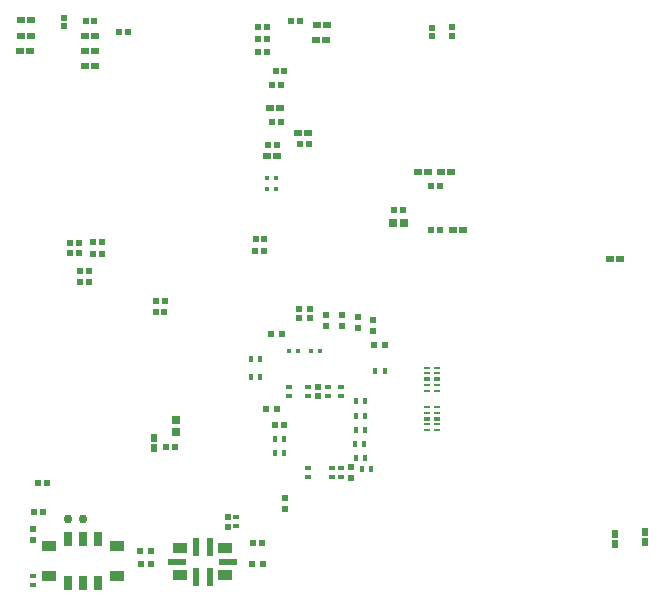
<source format=gbr>
G04*
G04 #@! TF.GenerationSoftware,Altium Limited,Altium Designer,24.1.2 (44)*
G04*
G04 Layer_Color=128*
%FSLAX25Y25*%
%MOIN*%
G70*
G04*
G04 #@! TF.SameCoordinates,59DD8EBB-DCD7-4209-94D2-A0ED0100978B*
G04*
G04*
G04 #@! TF.FilePolarity,Positive*
G04*
G01*
G75*
%ADD15R,0.01968X0.02165*%
%ADD16R,0.02165X0.01968*%
%ADD24R,0.02126X0.02284*%
%ADD29R,0.02237X0.02254*%
%ADD30R,0.01575X0.01968*%
%ADD31R,0.02288X0.02016*%
%ADD112C,0.03000*%
%ADD113R,0.02200X0.05900*%
%ADD114R,0.05900X0.02200*%
%ADD115R,0.04700X0.03500*%
%ADD116R,0.01968X0.01575*%
%ADD117R,0.02254X0.02237*%
%ADD118R,0.04921X0.03347*%
%ADD119R,0.02559X0.04921*%
%ADD120R,0.02756X0.02559*%
%ADD121R,0.01772X0.01772*%
%ADD122R,0.02362X0.02559*%
%ADD123R,0.02559X0.02362*%
%ADD124R,0.02559X0.02756*%
G04:AMPARAMS|DCode=125|XSize=7.87mil|YSize=22.24mil|CornerRadius=1.97mil|HoleSize=0mil|Usage=FLASHONLY|Rotation=90.000|XOffset=0mil|YOffset=0mil|HoleType=Round|Shape=RoundedRectangle|*
%AMROUNDEDRECTD125*
21,1,0.00787,0.01831,0,0,90.0*
21,1,0.00394,0.02224,0,0,90.0*
1,1,0.00394,0.00915,0.00197*
1,1,0.00394,0.00915,-0.00197*
1,1,0.00394,-0.00915,-0.00197*
1,1,0.00394,-0.00915,0.00197*
%
%ADD125ROUNDEDRECTD125*%
%ADD127R,0.01843X0.01860*%
%ADD128R,0.02165X0.02165*%
G04:AMPARAMS|DCode=143|XSize=22.24mil|YSize=14.17mil|CornerRadius=1.98mil|HoleSize=0mil|Usage=FLASHONLY|Rotation=180.000|XOffset=0mil|YOffset=0mil|HoleType=Round|Shape=RoundedRectangle|*
%AMROUNDEDRECTD143*
21,1,0.02224,0.01021,0,0,180.0*
21,1,0.01828,0.01417,0,0,180.0*
1,1,0.00397,-0.00914,0.00510*
1,1,0.00397,0.00914,0.00510*
1,1,0.00397,0.00914,-0.00510*
1,1,0.00397,-0.00914,-0.00510*
%
%ADD143ROUNDEDRECTD143*%
D15*
X128411Y-208732D02*
D03*
Y-205779D02*
D03*
X134909Y-208597D02*
D03*
Y-205644D02*
D03*
X5570Y-202441D02*
D03*
Y-205394D02*
D03*
X87572Y-302576D02*
D03*
Y-299623D02*
D03*
X83907Y-302666D02*
D03*
Y-299714D02*
D03*
X90206Y-328623D02*
D03*
Y-325670D02*
D03*
D16*
X39631Y-345634D02*
D03*
X42584D02*
D03*
X7682Y-277512D02*
D03*
X10635D02*
D03*
X7682Y-281019D02*
D03*
X10635D02*
D03*
X74951Y-224767D02*
D03*
X77904D02*
D03*
X76219Y-220341D02*
D03*
X79172D02*
D03*
X84284Y-244657D02*
D03*
X87236D02*
D03*
X73660Y-244767D02*
D03*
X76613D02*
D03*
X74901Y-237374D02*
D03*
X77854D02*
D03*
X84228Y-203516D02*
D03*
X81275D02*
D03*
X26989Y-207120D02*
D03*
X24036D02*
D03*
X13924Y-290551D02*
D03*
X10971D02*
D03*
X13972Y-286892D02*
D03*
X11019D02*
D03*
X128116Y-258437D02*
D03*
X131069D02*
D03*
X128116Y-273201D02*
D03*
X131069D02*
D03*
X115833Y-266520D02*
D03*
X118786D02*
D03*
X68695Y-377501D02*
D03*
X71648D02*
D03*
X-1255Y-367099D02*
D03*
X-4208D02*
D03*
X-73Y-357638D02*
D03*
X-3026D02*
D03*
D24*
X60199Y-372100D02*
D03*
Y-369030D02*
D03*
D29*
X31103Y-380132D02*
D03*
X34663D02*
D03*
X31255Y-384583D02*
D03*
X34816D02*
D03*
X71957Y-384583D02*
D03*
X68397D02*
D03*
X78367Y-307927D02*
D03*
X74807D02*
D03*
X76587Y-333091D02*
D03*
X73027D02*
D03*
X109043Y-311604D02*
D03*
X112603D02*
D03*
D30*
X75934Y-342992D02*
D03*
X79084D02*
D03*
X71002Y-322157D02*
D03*
X67852D02*
D03*
X71002Y-316244D02*
D03*
X67852D02*
D03*
X106053Y-330394D02*
D03*
X102903D02*
D03*
X105757Y-344486D02*
D03*
X102608D02*
D03*
X106053Y-349292D02*
D03*
X102903D02*
D03*
X106052Y-339843D02*
D03*
X102903D02*
D03*
X106053Y-335119D02*
D03*
X102903D02*
D03*
X108084Y-352835D02*
D03*
X104935D02*
D03*
X109475Y-320374D02*
D03*
X112624D02*
D03*
X75934Y-347717D02*
D03*
X79084D02*
D03*
D31*
X15769Y-203524D02*
D03*
X12890D02*
D03*
X36266Y-300754D02*
D03*
X39144D02*
D03*
X18278Y-281217D02*
D03*
X15399D02*
D03*
X18278Y-277227D02*
D03*
X15399D02*
D03*
X72391Y-280302D02*
D03*
X69513D02*
D03*
X73337Y-213949D02*
D03*
X70459D02*
D03*
X73337Y-209618D02*
D03*
X70459D02*
D03*
X72462Y-276365D02*
D03*
X69584D02*
D03*
X73297Y-205681D02*
D03*
X70419D02*
D03*
X36307Y-296972D02*
D03*
X39186D02*
D03*
D112*
X11858Y-369593D02*
D03*
X6875Y-369641D02*
D03*
D113*
X54264Y-388804D02*
D03*
X49539D02*
D03*
Y-378904D02*
D03*
X54264D02*
D03*
D114*
X43401Y-383854D02*
D03*
X60401D02*
D03*
D115*
X59480Y-388382D02*
D03*
X44323D02*
D03*
Y-379327D02*
D03*
X59480D02*
D03*
D116*
X63156Y-368911D02*
D03*
Y-372061D02*
D03*
X-4661Y-391669D02*
D03*
Y-388520D02*
D03*
X98080Y-325571D02*
D03*
Y-328721D02*
D03*
X87056Y-325571D02*
D03*
Y-328721D02*
D03*
X93749Y-325571D02*
D03*
Y-328721D02*
D03*
X80757Y-325571D02*
D03*
Y-328721D02*
D03*
X87056Y-355689D02*
D03*
Y-352540D02*
D03*
X94930Y-355689D02*
D03*
Y-352540D02*
D03*
X98080Y-355689D02*
D03*
Y-352540D02*
D03*
D117*
X-4661Y-376449D02*
D03*
Y-372889D02*
D03*
X98272Y-301556D02*
D03*
Y-305116D02*
D03*
X93123Y-305116D02*
D03*
Y-301556D02*
D03*
X103690Y-302218D02*
D03*
Y-305778D02*
D03*
X108687Y-303248D02*
D03*
Y-306808D02*
D03*
X79379Y-366140D02*
D03*
Y-362580D02*
D03*
D118*
X577Y-378616D02*
D03*
X23215D02*
D03*
Y-388616D02*
D03*
X577D02*
D03*
D119*
X6896Y-376234D02*
D03*
X11896D02*
D03*
X16896D02*
D03*
Y-390998D02*
D03*
X11896D02*
D03*
X6896D02*
D03*
D120*
X119180Y-270838D02*
D03*
X115440D02*
D03*
D121*
X76484Y-259633D02*
D03*
X73335D02*
D03*
X76476Y-256075D02*
D03*
X73326D02*
D03*
X80615Y-313643D02*
D03*
X83765D02*
D03*
X91017D02*
D03*
X87868D02*
D03*
D122*
X199325Y-377402D02*
D03*
Y-374055D02*
D03*
X189325Y-377796D02*
D03*
Y-374449D02*
D03*
X35793Y-346027D02*
D03*
Y-342681D02*
D03*
D123*
X89807Y-209872D02*
D03*
X93153D02*
D03*
X93275Y-204893D02*
D03*
X89929D02*
D03*
X76820Y-248594D02*
D03*
X73474D02*
D03*
X83808Y-240917D02*
D03*
X87155D02*
D03*
X74361Y-232644D02*
D03*
X77707D02*
D03*
X187652Y-282859D02*
D03*
X190998D02*
D03*
X12656Y-213524D02*
D03*
X16003D02*
D03*
X12656Y-208524D02*
D03*
X16003D02*
D03*
X12656Y-218524D02*
D03*
X16003D02*
D03*
X-5355Y-203150D02*
D03*
X-8702D02*
D03*
X-5355Y-208524D02*
D03*
X-8702D02*
D03*
X-5749Y-213457D02*
D03*
X-9096D02*
D03*
X127138Y-253900D02*
D03*
X123792D02*
D03*
X138838Y-273201D02*
D03*
X135492D02*
D03*
X134612Y-253900D02*
D03*
X131266D02*
D03*
D124*
X43174Y-340452D02*
D03*
Y-336712D02*
D03*
D125*
X126797Y-332191D02*
D03*
Y-334159D02*
D03*
Y-338096D02*
D03*
Y-340065D02*
D03*
X130085D02*
D03*
Y-338096D02*
D03*
Y-334159D02*
D03*
Y-332191D02*
D03*
X126797Y-319105D02*
D03*
Y-321073D02*
D03*
Y-325010D02*
D03*
Y-326979D02*
D03*
X130085D02*
D03*
Y-325010D02*
D03*
Y-321073D02*
D03*
Y-319105D02*
D03*
D127*
X79092Y-338268D02*
D03*
X75926D02*
D03*
D128*
X101230Y-355886D02*
D03*
Y-352343D02*
D03*
D143*
X126797Y-336128D02*
D03*
X130085D02*
D03*
X126797Y-323042D02*
D03*
X130085D02*
D03*
M02*

</source>
